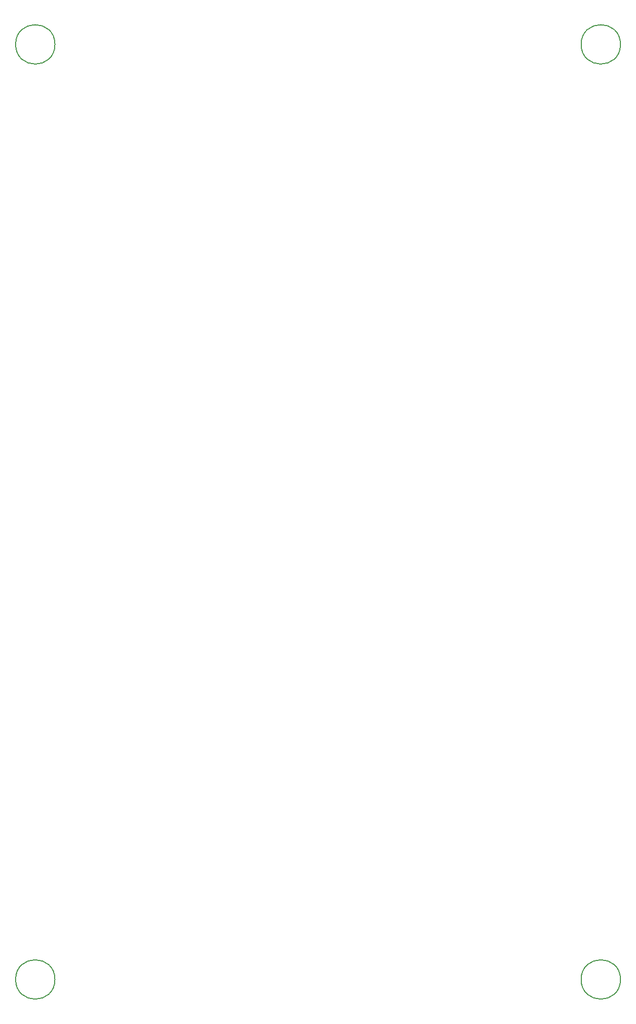
<source format=gbr>
%TF.GenerationSoftware,KiCad,Pcbnew,(6.0.9)*%
%TF.CreationDate,2022-12-22T11:47:32+01:00*%
%TF.ProjectId,BatteryDischargerV1,42617474-6572-4794-9469-736368617267,rev?*%
%TF.SameCoordinates,Original*%
%TF.FileFunction,Other,Comment*%
%FSLAX46Y46*%
G04 Gerber Fmt 4.6, Leading zero omitted, Abs format (unit mm)*
G04 Created by KiCad (PCBNEW (6.0.9)) date 2022-12-22 11:47:32*
%MOMM*%
%LPD*%
G01*
G04 APERTURE LIST*
%ADD10C,0.150000*%
G04 APERTURE END LIST*
D10*
%TO.C,H4*%
X155450000Y-174750000D02*
G75*
G03*
X155450000Y-174750000I-3200000J0D01*
G01*
%TO.C,H3*%
X155450000Y-22750000D02*
G75*
G03*
X155450000Y-22750000I-3200000J0D01*
G01*
%TO.C,H2*%
X63450000Y-174750000D02*
G75*
G03*
X63450000Y-174750000I-3200000J0D01*
G01*
%TO.C,H1*%
X63450000Y-22750000D02*
G75*
G03*
X63450000Y-22750000I-3200000J0D01*
G01*
%TD*%
M02*

</source>
